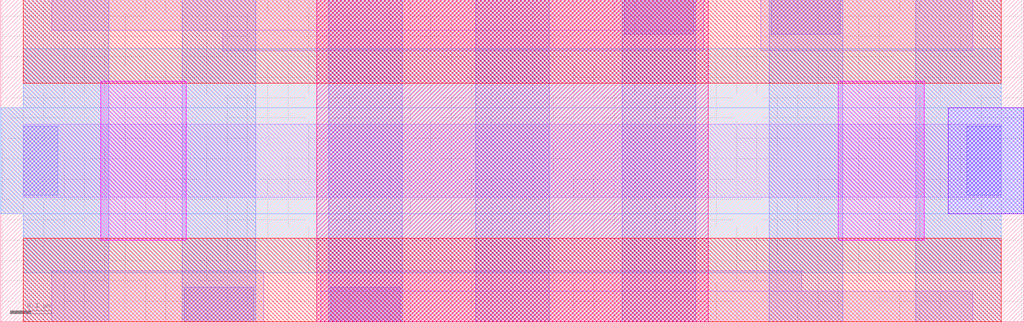
<source format=lef>
# Copyright 2020 The SkyWater PDK Authors
#
# Licensed under the Apache License, Version 2.0 (the "License");
# you may not use this file except in compliance with the License.
# You may obtain a copy of the License at
#
#     https://www.apache.org/licenses/LICENSE-2.0
#
# Unless required by applicable law or agreed to in writing, software
# distributed under the License is distributed on an "AS IS" BASIS,
# WITHOUT WARRANTIES OR CONDITIONS OF ANY KIND, either express or implied.
# See the License for the specific language governing permissions and
# limitations under the License.
#
# SPDX-License-Identifier: Apache-2.0

VERSION 5.7 ;
  NOWIREEXTENSIONATPIN ON ;
  DIVIDERCHAR "/" ;
  BUSBITCHARS "[]" ;
MACRO sky130_fd_bd_sram__sram_dp_horstrap1a
  CLASS BLOCK ;
  FOREIGN sky130_fd_bd_sram__sram_dp_horstrap1a ;
  ORIGIN  0.055000  0.000000 ;
  SIZE  2.510000 BY  0.790000 ;
  OBS
    LAYER li1 ;
      RECT 0.000000 0.305000 2.400000 0.485000 ;
      RECT 0.070000 0.000000 0.590000 0.125000 ;
      RECT 0.070000 0.715000 1.670000 0.790000 ;
      RECT 0.490000 0.665000 1.670000 0.715000 ;
      RECT 0.730000 0.000000 2.330000 0.075000 ;
      RECT 0.730000 0.075000 1.910000 0.125000 ;
      RECT 1.810000 0.665000 2.330000 0.790000 ;
    LAYER mcon ;
      RECT 0.000000 0.310000 0.085000 0.480000 ;
      RECT 0.395000 0.000000 0.565000 0.085000 ;
      RECT 0.755000 0.000000 0.925000 0.085000 ;
      RECT 1.475000 0.705000 1.645000 0.790000 ;
      RECT 1.835000 0.705000 2.005000 0.790000 ;
      RECT 2.315000 0.310000 2.400000 0.480000 ;
    LAYER met1 ;
      RECT -0.055000 0.265000 0.210000 0.525000 ;
      RECT  0.000000 0.000000 0.210000 0.265000 ;
      RECT  0.000000 0.525000 0.210000 0.790000 ;
      RECT  0.390000 0.000000 0.570000 0.790000 ;
      RECT  0.750000 0.000000 0.930000 0.790000 ;
      RECT  1.110000 0.000000 1.290000 0.790000 ;
      RECT  1.470000 0.000000 1.650000 0.790000 ;
      RECT  1.830000 0.000000 2.010000 0.790000 ;
      RECT  2.190000 0.000000 2.400000 0.265000 ;
      RECT  2.190000 0.265000 2.455000 0.525000 ;
      RECT  2.190000 0.525000 2.400000 0.790000 ;
    LAYER met2 ;
      RECT -0.055000 0.265000 2.455000 0.525000 ;
      RECT  0.000000 0.120000 2.400000 0.265000 ;
      RECT  0.000000 0.525000 2.400000 0.670000 ;
    LAYER met3 ;
      RECT 0.000000 0.000000 2.400000 0.205000 ;
      RECT 0.000000 0.585000 2.400000 0.790000 ;
    LAYER nwell ;
      RECT 0.720000 0.000000 1.680000 0.790000 ;
    LAYER pwell ;
      RECT 0.190000 0.200000 0.400000 0.590000 ;
    LAYER pwell ;
      RECT 2.000000 0.200000 2.210000 0.590000 ;
    LAYER via ;
      RECT 2.270000 0.265000 2.455000 0.525000 ;
  END
END sky130_fd_bd_sram__sram_dp_horstrap1a
END LIBRARY

</source>
